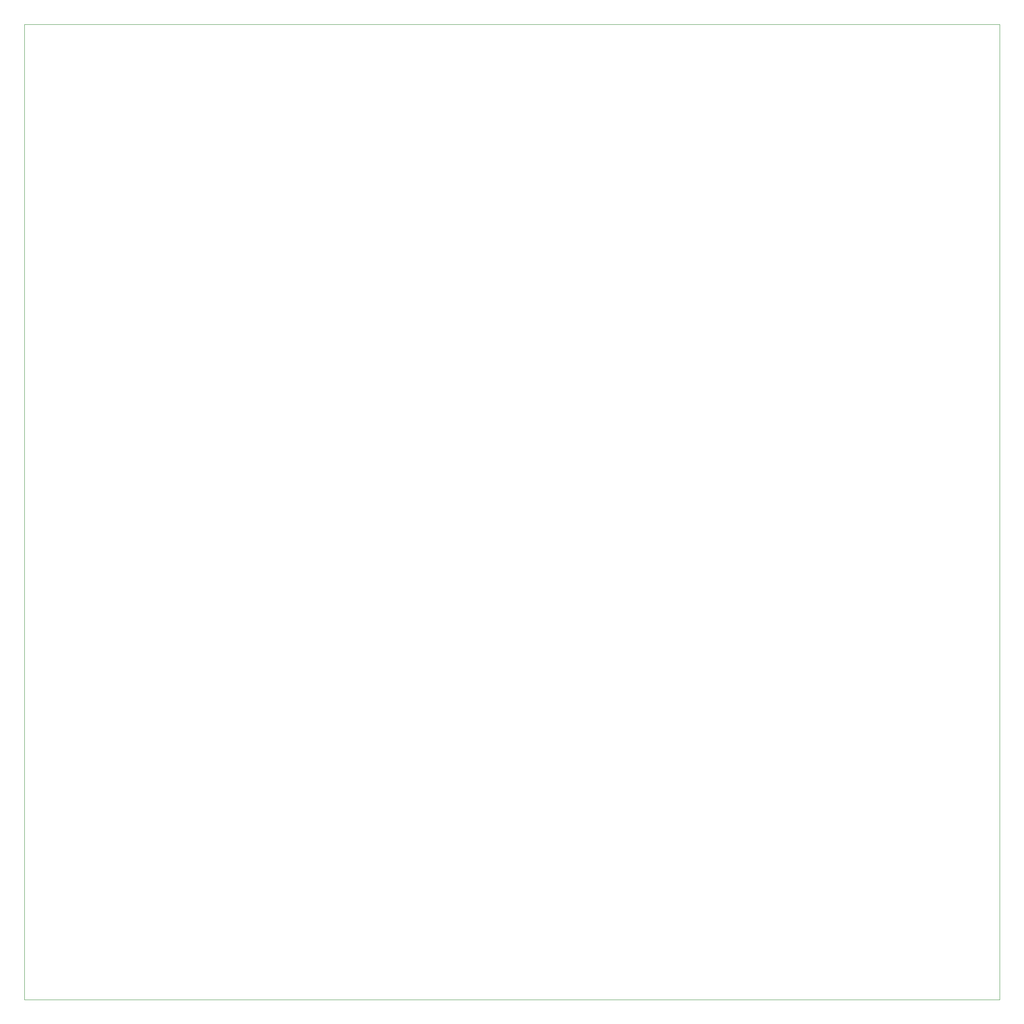
<source format=gm1>
G04 #@! TF.GenerationSoftware,KiCad,Pcbnew,8.0.8*
G04 #@! TF.CreationDate,2025-02-02T20:06:00-05:00*
G04 #@! TF.ProjectId,Chessboard Hardware,43686573-7362-46f6-9172-642048617264,1*
G04 #@! TF.SameCoordinates,Original*
G04 #@! TF.FileFunction,Profile,NP*
%FSLAX46Y46*%
G04 Gerber Fmt 4.6, Leading zero omitted, Abs format (unit mm)*
G04 Created by KiCad (PCBNEW 8.0.8) date 2025-02-02 20:06:00*
%MOMM*%
%LPD*%
G01*
G04 APERTURE LIST*
G04 #@! TA.AperFunction,Profile*
%ADD10C,0.038100*%
G04 #@! TD*
G04 APERTURE END LIST*
D10*
X50000000Y-50000000D02*
X250000000Y-50000000D01*
X250000000Y-250000000D01*
X50000000Y-250000000D01*
X50000000Y-50000000D01*
M02*

</source>
